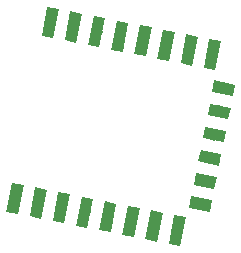
<source format=gbr>
G04 #@! TF.GenerationSoftware,KiCad,Pcbnew,(5.0.0-3-g5ebb6b6)*
G04 #@! TF.CreationDate,2019-01-19T17:02:55+01:00*
G04 #@! TF.ProjectId,Securityfest_2019_badge_beta,5365637572697479666573745F323031,rev?*
G04 #@! TF.SameCoordinates,Original*
G04 #@! TF.FileFunction,Paste,Bot*
G04 #@! TF.FilePolarity,Positive*
%FSLAX46Y46*%
G04 Gerber Fmt 4.6, Leading zero omitted, Abs format (unit mm)*
G04 Created by KiCad (PCBNEW (5.0.0-3-g5ebb6b6)) date 2019 January 19, Saturday 17:02:55*
%MOMM*%
%LPD*%
G01*
G04 APERTURE LIST*
%ADD10C,1.000000*%
%ADD11C,0.100000*%
G04 APERTURE END LIST*
D10*
G04 #@! TO.C,U4*
X116998658Y-71536860D03*
D11*
G36*
X116753283Y-70213119D02*
X117733898Y-70409065D01*
X117244033Y-72860601D01*
X116263418Y-72664655D01*
X116753283Y-70213119D01*
X116753283Y-70213119D01*
G37*
D10*
X118959887Y-71928752D03*
D11*
G36*
X118714512Y-70605011D02*
X119695127Y-70800957D01*
X119205262Y-73252493D01*
X118224647Y-73056547D01*
X118714512Y-70605011D01*
X118714512Y-70605011D01*
G37*
D10*
X120921117Y-72320643D03*
D11*
G36*
X120675742Y-70996902D02*
X121656357Y-71192848D01*
X121166492Y-73644384D01*
X120185877Y-73448438D01*
X120675742Y-70996902D01*
X120675742Y-70996902D01*
G37*
D10*
X122882346Y-72712537D03*
D11*
G36*
X122636971Y-71388796D02*
X123617586Y-71584742D01*
X123127721Y-74036278D01*
X122147106Y-73840332D01*
X122636971Y-71388796D01*
X122636971Y-71388796D01*
G37*
D10*
X124843575Y-73104429D03*
D11*
G36*
X124598200Y-71780688D02*
X125578815Y-71976634D01*
X125088950Y-74428170D01*
X124108335Y-74232224D01*
X124598200Y-71780688D01*
X124598200Y-71780688D01*
G37*
D10*
X126804805Y-73496321D03*
D11*
G36*
X126559430Y-72172580D02*
X127540045Y-72368526D01*
X127050180Y-74820062D01*
X126069565Y-74624116D01*
X126559430Y-72172580D01*
X126559430Y-72172580D01*
G37*
D10*
X128766034Y-73888214D03*
D11*
G36*
X128520659Y-72564473D02*
X129501274Y-72760419D01*
X129011409Y-75211955D01*
X128030794Y-75016009D01*
X128520659Y-72564473D01*
X128520659Y-72564473D01*
G37*
D10*
X130727263Y-74280106D03*
D11*
G36*
X130481888Y-72956365D02*
X131462503Y-73152311D01*
X130972638Y-75603847D01*
X129992023Y-75407901D01*
X130481888Y-72956365D01*
X130481888Y-72956365D01*
G37*
D10*
X132707645Y-72024427D03*
D11*
G36*
X131923065Y-71357768D02*
X133688171Y-71710471D01*
X133492225Y-72691086D01*
X131727119Y-72338383D01*
X131923065Y-71357768D01*
X131923065Y-71357768D01*
G37*
D10*
X133099537Y-70063198D03*
D11*
G36*
X132314957Y-69396539D02*
X134080063Y-69749242D01*
X133884117Y-70729857D01*
X132119011Y-70377154D01*
X132314957Y-69396539D01*
X132314957Y-69396539D01*
G37*
D10*
X133491430Y-68101968D03*
D11*
G36*
X132706850Y-67435309D02*
X134471956Y-67788012D01*
X134276010Y-68768627D01*
X132510904Y-68415924D01*
X132706850Y-67435309D01*
X132706850Y-67435309D01*
G37*
D10*
X133883322Y-66140739D03*
D11*
G36*
X133098742Y-65474080D02*
X134863848Y-65826783D01*
X134667902Y-66807398D01*
X132902796Y-66454695D01*
X133098742Y-65474080D01*
X133098742Y-65474080D01*
G37*
D10*
X134275214Y-64179510D03*
D11*
G36*
X133490634Y-63512851D02*
X135255740Y-63865554D01*
X135059794Y-64846169D01*
X133294688Y-64493466D01*
X133490634Y-63512851D01*
X133490634Y-63512851D01*
G37*
D10*
X134667107Y-62218279D03*
D11*
G36*
X133882527Y-61551620D02*
X135647633Y-61904323D01*
X135451687Y-62884938D01*
X133686581Y-62532235D01*
X133882527Y-61551620D01*
X133882527Y-61551620D01*
G37*
D10*
X133705645Y-59374763D03*
D11*
G36*
X133460270Y-58051022D02*
X134440885Y-58246968D01*
X133951020Y-60698504D01*
X132970405Y-60502558D01*
X133460270Y-58051022D01*
X133460270Y-58051022D01*
G37*
D10*
X131744415Y-58982871D03*
D11*
G36*
X131499040Y-57659130D02*
X132479655Y-57855076D01*
X131989790Y-60306612D01*
X131009175Y-60110666D01*
X131499040Y-57659130D01*
X131499040Y-57659130D01*
G37*
D10*
X129783186Y-58590979D03*
D11*
G36*
X129537811Y-57267238D02*
X130518426Y-57463184D01*
X130028561Y-59914720D01*
X129047946Y-59718774D01*
X129537811Y-57267238D01*
X129537811Y-57267238D01*
G37*
D10*
X127821957Y-58199086D03*
D11*
G36*
X127576582Y-56875345D02*
X128557197Y-57071291D01*
X128067332Y-59522827D01*
X127086717Y-59326881D01*
X127576582Y-56875345D01*
X127576582Y-56875345D01*
G37*
D10*
X125860727Y-57807194D03*
D11*
G36*
X125615352Y-56483453D02*
X126595967Y-56679399D01*
X126106102Y-59130935D01*
X125125487Y-58934989D01*
X125615352Y-56483453D01*
X125615352Y-56483453D01*
G37*
D10*
X123899498Y-57415302D03*
D11*
G36*
X123654123Y-56091561D02*
X124634738Y-56287507D01*
X124144873Y-58739043D01*
X123164258Y-58543097D01*
X123654123Y-56091561D01*
X123654123Y-56091561D01*
G37*
D10*
X121938269Y-57023409D03*
D11*
G36*
X121692894Y-55699668D02*
X122673509Y-55895614D01*
X122183644Y-58347150D01*
X121203029Y-58151204D01*
X121692894Y-55699668D01*
X121692894Y-55699668D01*
G37*
D10*
X119977039Y-56631517D03*
D11*
G36*
X119731664Y-55307776D02*
X120712279Y-55503722D01*
X120222414Y-57955258D01*
X119241799Y-57759312D01*
X119731664Y-55307776D01*
X119731664Y-55307776D01*
G37*
G04 #@! TD*
M02*

</source>
